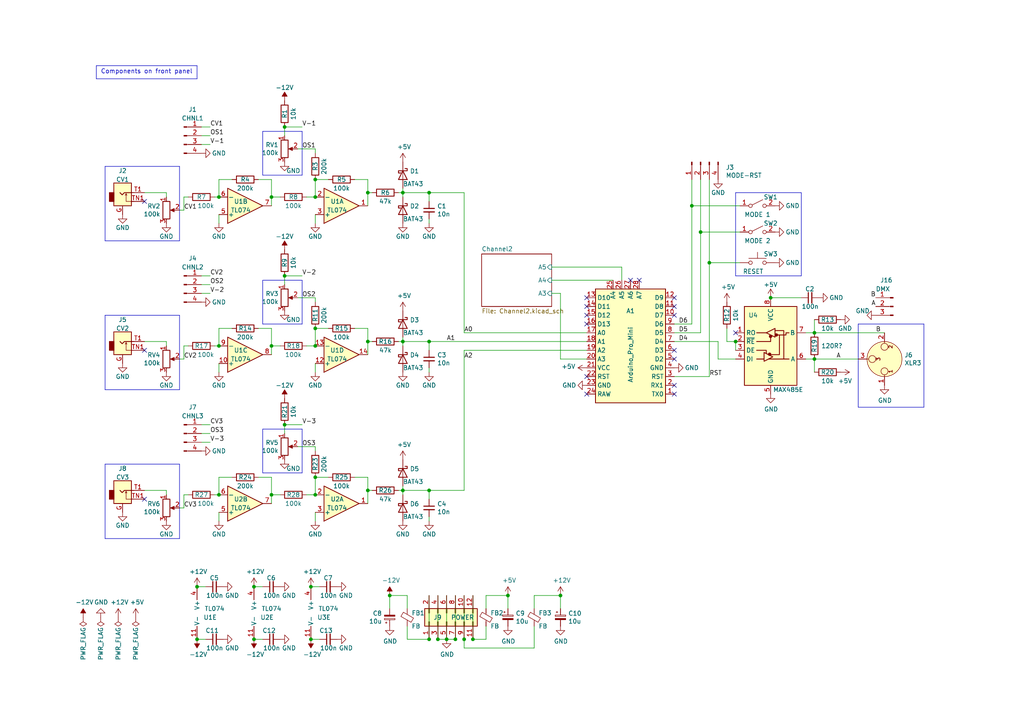
<source format=kicad_sch>
(kicad_sch (version 20230121) (generator eeschema)
  (paper "A4")
  (title_block (title "2 channel CV to DMX interface using either HSV or RGB"))
  (lib_symbols
    (symbol "Amplifier_Operational:TL074" (pin_names (offset 0.127))
      (property "Reference" "U" (at 0 5.08 0))
      (property "Value" "TL074" (at 0 -5.08 0))
      (symbol "TL074_1_1"
        (pin output line (at 7.62 0 180) (length 2.54) (name "~") (number "1"))
        (pin input line (at -7.62 -2.54 0) (length 2.54) (name "-") (number "2"))
        (pin input line (at -7.62 2.54 0) (length 2.54) (name "+") (number "3"))
      )
      (symbol "TL074_2_1"
        (pin input line (at -7.62 2.54 0) (length 2.54) (name "+") (number "5"))
        (pin input line (at -7.62 -2.54 0) (length 2.54) (name "-") (number "6"))
        (pin output line (at 7.62 0 180) (length 2.54) (name "~") (number "7"))
      )
      (symbol "TL074_3_1"
        (pin input line (at -7.62 2.54 0) (length 2.54) (name "+") (number "10"))
        (pin output line (at 7.62 0 180) (length 2.54) (name "~") (number "8"))
        (pin input line (at -7.62 -2.54 0) (length 2.54) (name "-") (number "9"))
      )
      (symbol "TL074_4_1"
        (pin input line (at -7.62 2.54 0) (length 2.54) (name "+") (number "12"))
        (pin input line (at -7.62 -2.54 0) (length 2.54) (name "-") (number "13"))
        (pin output line (at 7.62 0 180) (length 2.54) (name "~") (number "14"))
      )
      (symbol "TL074_5_1"
        (pin power_in line (at -2.54 -7.62 90) (length 3.81) (name "V-") (number "11"))
        (pin power_in line (at -2.54 7.62 270) (length 3.81) (name "V+") (number "4"))
      )
    )
    (symbol "CGE_symbols:Arduino_Pro_Mini"
      (property "Reference" "A" (at -2.54 21.59 0))
      (property "Value" "Arduino_Pro_Mini" (at -8.89 20.32 0))
      (symbol "Arduino_Pro_Mini_1_1"
        (pin bidirectional line (at -12.7 15.24 0) (length 2.54) (name "TX0") (number "1"))
        (pin bidirectional line (at -12.7 -7.62 0) (length 2.54) (name "D7") (number "10"))
        (pin bidirectional line (at -12.7 -10.16 0) (length 2.54) (name "D8") (number "11"))
        (pin bidirectional line (at -12.7 -12.7 0) (length 2.54) (name "D9") (number "12"))
        (pin bidirectional line (at 12.7 -12.7 180) (length 2.54) (name "D10") (number "13"))
        (pin bidirectional line (at 12.7 -10.16 180) (length 2.54) (name "D11") (number "14"))
        (pin bidirectional line (at 12.7 -7.62 180) (length 2.54) (name "D12") (number "15"))
        (pin bidirectional line (at 12.7 -5.08 180) (length 2.54) (name "D13") (number "16"))
        (pin bidirectional line (at 12.7 -2.54 180) (length 2.54) (name "A0") (number "17"))
        (pin bidirectional line (at 12.7 0 180) (length 2.54) (name "A1") (number "18"))
        (pin bidirectional line (at 12.7 2.54 180) (length 2.54) (name "A2") (number "19"))
        (pin bidirectional line (at -12.7 12.7 0) (length 2.54) (name "RX1") (number "2"))
        (pin bidirectional line (at 12.7 5.08 180) (length 2.54) (name "A3") (number "20"))
        (pin power_in line (at 12.7 7.62 180) (length 2.54) (name "VCC") (number "21"))
        (pin input line (at 12.7 10.16 180) (length 2.54) (name "RST") (number "22"))
        (pin power_in line (at 12.7 12.7 180) (length 2.54) (name "GND") (number "23"))
        (pin power_in line (at 12.7 15.24 180) (length 2.54) (name "RAW") (number "24"))
        (pin bidirectional line (at 5.08 -17.78 90) (length 2.54) (name "A4") (number "25"))
        (pin bidirectional line (at 2.54 -17.78 90) (length 2.54) (name "A5") (number "26"))
        (pin bidirectional line (at 0 -17.78 90) (length 2.54) (name "A6") (number "27"))
        (pin bidirectional line (at -2.54 -17.78 90) (length 2.54) (name "A7") (number "28"))
        (pin input line (at -12.7 10.16 0) (length 2.54) (name "RST") (number "3"))
        (pin power_in line (at -12.7 7.62 0) (length 2.54) (name "GND") (number "4"))
        (pin bidirectional line (at -12.7 5.08 0) (length 2.54) (name "D2") (number "5"))
        (pin bidirectional line (at -12.7 2.54 0) (length 2.54) (name "D3") (number "6"))
        (pin bidirectional line (at -12.7 0 0) (length 2.54) (name "D4") (number "7"))
        (pin bidirectional line (at -12.7 -2.54 0) (length 2.54) (name "D5") (number "8"))
        (pin bidirectional line (at -12.7 -5.08 0) (length 2.54) (name "D6") (number "9"))
      )
    )
    (symbol "CGE_symbols:AudioJack_Ground_Switch"
      (property "Reference" "J" (at -0.762 6.35 0))
      (property "Value" "AudioJack_Ground_Switch" (at -0.762 4.318 0))
      (symbol "AudioJack_Ground_Switch_1_1"
        (pin passive line (at -1.27 -6.35 90) (length 2.54) (name "~") (number "G"))
        (pin passive line (at 5.08 0 180) (length 3.81) (name "~") (number "T1"))
        (pin passive line (at 5.08 -2.54 180) (length 3.81) (name "~") (number "TN1"))
      )
    )
    (symbol "CV_to_DMX-rescue:CP_Small-Device" (pin_numbers hide) (pin_names (offset 0.254) hide)
      (property "Reference" "C" (at 0.254 1.778 0))
      (property "Value" "Device_CP_Small" (at 0.254 -2.032 0))
      (symbol "CP_Small-Device_1_1"
        (pin passive line (at 0 2.54 270) (length 1.8542) (name "~") (number "1"))
        (pin passive line (at 0 -2.54 90) (length 1.8542) (name "~") (number "2"))
      )
    )
    (symbol "CV_to_DMX-rescue:Conn_01x03_Male-Connector" (pin_names (offset 1.016) hide)
      (property "Reference" "J" (at 0 5.08 0))
      (property "Value" "Connector_Conn_01x03_Male" (at 0 -5.08 0))
      (symbol "Conn_01x03_Male-Connector_1_1"
        (pin passive line (at 5.08 2.54 180) (length 3.81) (name "Pin_1") (number "1"))
        (pin passive line (at 5.08 0 180) (length 3.81) (name "Pin_2") (number "2"))
        (pin passive line (at 5.08 -2.54 180) (length 3.81) (name "Pin_3") (number "3"))
      )
    )
    (symbol "CV_to_DMX-rescue:Conn_01x04_Male-Connector" (pin_names (offset 1.016) hide)
      (property "Reference" "J" (at 0 5.08 0))
      (property "Value" "Connector_Conn_01x04_Male" (at 0 -7.62 0))
      (symbol "Conn_01x04_Male-Connector_1_1"
        (pin passive line (at 5.08 2.54 180) (length 3.81) (name "Pin_1") (number "1"))
        (pin passive line (at 5.08 0 180) (length 3.81) (name "Pin_2") (number "2"))
        (pin passive line (at 5.08 -2.54 180) (length 3.81) (name "Pin_3") (number "3"))
        (pin passive line (at 5.08 -5.08 180) (length 3.81) (name "Pin_4") (number "4"))
      )
    )
    (symbol "CV_to_DMX-rescue:Ferrite_Bead_Small-Device" (pin_numbers hide) (pin_names (offset 0))
      (property "Reference" "FB" (at 1.905 1.27 0))
      (property "Value" "Device_Ferrite_Bead_Small" (at 1.905 -1.27 0))
      (symbol "Ferrite_Bead_Small-Device_1_1"
        (pin passive line (at 0 2.54 270) (length 1.27) (name "~") (number "1"))
        (pin passive line (at 0 -2.54 90) (length 1.27) (name "~") (number "2"))
      )
    )
    (symbol "CV_to_DMX-rescue:R_POT-Device" (pin_names (offset 1.016) hide)
      (property "Reference" "RV" (at -4.445 0 90))
      (property "Value" "Device_R_POT" (at -2.54 0 90))
      (symbol "R_POT-Device_1_1"
        (pin passive line (at 0 3.81 270) (length 1.27) (name "1") (number "1"))
        (pin passive line (at 3.81 0 180) (length 1.27) (name "2") (number "2"))
        (pin passive line (at 0 -3.81 90) (length 1.27) (name "3") (number "3"))
      )
    )
    (symbol "CV_to_DMX-rescue:XLR3-Connector" (pin_names hide)
      (property "Reference" "J" (at 0 8.89 0))
      (property "Value" "Connector_XLR3" (at 0 6.35 0))
      (symbol "XLR3-Connector_0_1"
        (text "1" (at -3.556 1.778 0) (effects (font (size 1.016 1.016) bold)))
        (text "2" (at 3.556 1.778 0) (effects (font (size 1.016 1.016) bold)))
        (text "3" (at 0 -1.778 0) (effects (font (size 1.016 1.016) bold)))
        (pin passive line (at -7.62 0 0) (length 2.54) (name "~") (number "1"))
        (pin passive line (at 7.62 0 180) (length 2.54) (name "~") (number "2"))
        (pin passive line (at 0 -7.62 90) (length 2.54) (name "~") (number "3"))
      )
    )
    (symbol "Connector_Generic:Conn_02x06_Odd_Even" (pin_names (offset 1.016) hide)
      (property "Reference" "J" (at 1.27 7.62 0))
      (property "Value" "Conn_02x06_Odd_Even" (at 1.27 -10.16 0))
      (symbol "Conn_02x06_Odd_Even_1_1"
        (pin passive line (at -5.08 5.08 0) (length 3.81) (name "Pin_1") (number "1"))
        (pin passive line (at 7.62 -5.08 180) (length 3.81) (name "Pin_10") (number "10"))
        (pin passive line (at -5.08 -7.62 0) (length 3.81) (name "Pin_11") (number "11"))
        (pin passive line (at 7.62 -7.62 180) (length 3.81) (name "Pin_12") (number "12"))
        (pin passive line (at 7.62 5.08 180) (length 3.81) (name "Pin_2") (number "2"))
        (pin passive line (at -5.08 2.54 0) (length 3.81) (name "Pin_3") (number "3"))
        (pin passive line (at 7.62 2.54 180) (length 3.81) (name "Pin_4") (number "4"))
        (pin passive line (at -5.08 0 0) (length 3.81) (name "Pin_5") (number "5"))
        (pin passive line (at 7.62 0 180) (length 3.81) (name "Pin_6") (number "6"))
        (pin passive line (at -5.08 -2.54 0) (length 3.81) (name "Pin_7") (number "7"))
        (pin passive line (at 7.62 -2.54 180) (length 3.81) (name "Pin_8") (number "8"))
        (pin passive line (at -5.08 -5.08 0) (length 3.81) (name "Pin_9") (number "9"))
      )
    )
    (symbol "Device:C_Small" (pin_numbers hide) (pin_names (offset 0.254) hide)
      (property "Reference" "C" (at 0.254 1.778 0))
      (property "Value" "C_Small" (at 0.254 -2.032 0))
      (symbol "C_Small_1_1"
        (pin passive line (at 0 2.54 270) (length 2.032) (name "~") (number "1"))
        (pin passive line (at 0 -2.54 90) (length 2.032) (name "~") (number "2"))
      )
    )
    (symbol "Device:R" (pin_numbers hide) (pin_names (offset 0))
      (property "Reference" "R" (at 2.032 0 90))
      (property "Value" "R" (at 0 0 90))
      (symbol "R_1_1"
        (pin passive line (at 0 3.81 270) (length 1.27) (name "~") (number "1"))
        (pin passive line (at 0 -3.81 90) (length 1.27) (name "~") (number "2"))
      )
    )
    (symbol "Diode:BAT43" (pin_numbers hide) (pin_names (offset 1.016) hide)
      (property "Reference" "D" (at 0 2.54 0))
      (property "Value" "BAT43" (at 0 -2.54 0))
      (symbol "BAT43_1_1"
        (pin passive line (at -3.81 0 0) (length 2.54) (name "K") (number "1"))
        (pin passive line (at 3.81 0 180) (length 2.54) (name "A") (number "2"))
      )
    )
    (symbol "Interface_UART:MAX485E"
      (property "Reference" "U" (at -6.096 11.43 0))
      (property "Value" "MAX485E" (at 0.762 11.43 0))
      (symbol "MAX485E_1_1"
        (pin output line (at -10.16 2.54 0) (length 2.54) (name "RO") (number "1"))
        (pin input line (at -10.16 0 0) (length 2.54) (name "~{RE}") (number "2"))
        (pin input line (at -10.16 -2.54 0) (length 2.54) (name "DE") (number "3"))
        (pin input line (at -10.16 -5.08 0) (length 2.54) (name "DI") (number "4"))
        (pin power_in line (at 0 -15.24 90) (length 2.54) (name "GND") (number "5"))
        (pin bidirectional line (at 10.16 -5.08 180) (length 2.54) (name "A") (number "6"))
        (pin bidirectional line (at 10.16 2.54 180) (length 2.54) (name "B") (number "7"))
        (pin power_in line (at 0 12.7 270) (length 2.54) (name "VCC") (number "8"))
      )
    )
    (symbol "Switch:SW_Push" (pin_numbers hide) (pin_names (offset 1.016) hide)
      (property "Reference" "SW" (at 1.27 2.54 0))
      (property "Value" "SW_Push" (at 0 -1.524 0))
      (symbol "SW_Push_0_1"
        (pin passive line (at -5.08 0 0) (length 2.54) (name "1") (number "1"))
        (pin passive line (at 5.08 0 180) (length 2.54) (name "2") (number "2"))
      )
    )
    (symbol "Switch:SW_SPST" (pin_names (offset 0) hide)
      (property "Reference" "SW" (at 0 3.175 0))
      (property "Value" "SW_SPST" (at 0 -2.54 0))
      (symbol "SW_SPST_1_1"
        (pin passive line (at -5.08 0 0) (length 2.54) (name "A") (number "1"))
        (pin passive line (at 5.08 0 180) (length 2.54) (name "B") (number "2"))
      )
    )
    (symbol "power:+12V" (power) (pin_names (offset 0))
      (property "Value" "+12V" (at 0 3.556 0))
      (symbol "+12V_1_1"
        (pin power_in line (at 0 0 90) (length 0) hide (name "+12V") (number "1"))
      )
    )
    (symbol "power:+5V" (power) (pin_names (offset 0))
      (property "Value" "+5V" (at 0 3.556 0))
      (symbol "+5V_1_1"
        (pin power_in line (at 0 0 90) (length 0) hide (name "+5V") (number "1"))
      )
    )
    (symbol "power:-12V" (power) (pin_names (offset 0))
      (property "Value" "-12V" (at 0 3.81 0))
      (symbol "-12V_0_0"
        (pin power_in line (at 0 0 90) (length 0) hide (name "-12V") (number "1"))
      )
    )
    (symbol "power:GND" (power) (pin_names (offset 0))
      (property "Value" "GND" (at 0 -3.81 0))
      (symbol "GND_1_1"
        (pin power_in line (at 0 0 270) (length 0) hide (name "GND") (number "1"))
      )
    )
    (symbol "power:PWR_FLAG" (power) (pin_numbers hide) (pin_names (offset 0) hide)
      (property "Value" "PWR_FLAG" (at 0 3.81 0))
      (symbol "PWR_FLAG_0_0"
        (pin power_out line (at 0 0 90) (length 0) (name "pwr") (number "1"))
      )
    )
  )
  (junction (at 91.44 138.43))
  (junction (at 127 185.42))
  (junction (at 73.66 185.42))
  (junction (at 223.52 86.36))
  (junction (at 57.15 170.18))
  (junction (at 113.03 172.72))
  (junction (at 236.22 104.14))
  (junction (at 124.46 55.88))
  (junction (at 91.44 52.07))
  (junction (at 82.55 36.83))
  (junction (at 116.84 55.88))
  (junction (at 106.68 142.24))
  (junction (at 134.62 185.42))
  (junction (at 73.66 170.18))
  (junction (at 78.74 100.33))
  (junction (at 203.2 67.31))
  (junction (at 129.54 185.42))
  (junction (at 82.55 123.19))
  (junction (at 91.44 100.33))
  (junction (at 78.74 57.15))
  (junction (at 63.5 143.51))
  (junction (at 124.46 185.42))
  (junction (at 91.44 57.15))
  (junction (at 91.44 95.25))
  (junction (at 91.44 143.51))
  (junction (at 106.68 99.06))
  (junction (at 124.46 142.24))
  (junction (at 116.84 99.06))
  (junction (at 205.74 76.2))
  (junction (at 82.55 80.01))
  (junction (at 106.68 55.88))
  (junction (at 236.22 96.52))
  (junction (at 200.66 59.69))
  (junction (at 63.5 57.15))
  (junction (at 147.32 172.72))
  (junction (at 116.84 142.24))
  (junction (at 63.5 100.33))
  (junction (at 57.15 185.42))
  (junction (at 162.56 172.72))
  (junction (at 132.08 185.42))
  (junction (at 137.16 185.42))
  (junction (at 213.36 99.06))
  (junction (at 124.46 99.06))
  (junction (at 90.17 185.42))
  (junction (at 90.17 170.18))
  (junction (at 78.74 143.51))
  (no_connect (at 170.18 93.98))
  (no_connect (at 170.18 86.36))
  (no_connect (at 170.18 109.22))
  (no_connect (at 195.58 88.9))
  (no_connect (at 213.36 96.52))
  (no_connect (at 195.58 111.76))
  (no_connect (at 195.58 86.36))
  (no_connect (at 185.42 81.28))
  (no_connect (at 182.88 81.28))
  (no_connect (at 41.91 144.78))
  (no_connect (at 170.18 88.9))
  (no_connect (at 195.58 101.6))
  (no_connect (at 170.18 114.3))
  (no_connect (at 195.58 104.14))
  (no_connect (at 41.91 58.42))
  (no_connect (at 170.18 91.44))
  (no_connect (at 195.58 114.3))
  (no_connect (at 41.91 101.6))
  (no_connect (at 195.58 91.44))
  (wire (pts (xy 87.63 80.01) (xy 82.55 80.01)))
  (wire (pts (xy 62.23 143.51) (xy 63.5 143.51)))
  (wire (pts (xy 200.66 93.98) (xy 200.66 59.69)))
  (polyline (pts (xy 87.63 81.28) (xy 87.63 93.98)))
  (wire (pts (xy 124.46 106.68) (xy 124.46 107.95)))
  (wire (pts (xy 124.46 63.5) (xy 124.46 64.77)))
  (polyline (pts (xy 87.63 50.8) (xy 87.63 38.1)))
  (wire (pts (xy 236.22 96.52) (xy 256.54 96.52)))
  (wire (pts (xy 78.74 95.25) (xy 78.74 100.33)))
  (wire (pts (xy 58.42 128.27) (xy 60.96 128.27)))
  (polyline (pts (xy 57.15 19.05) (xy 57.15 22.86)))
  (wire (pts (xy 62.23 57.15) (xy 63.5 57.15)))
  (wire (pts (xy 116.84 99.06) (xy 124.46 99.06)))
  (wire (pts (xy 78.74 100.33) (xy 78.74 102.87)))
  (polyline (pts (xy 213.36 55.88) (xy 232.41 55.88)))
  (wire (pts (xy 118.11 185.42) (xy 118.11 181.61)))
  (wire (pts (xy 91.44 43.18) (xy 91.44 44.45)))
  (polyline (pts (xy 57.15 22.86) (xy 27.94 22.86)))
  (wire (pts (xy 87.63 123.19) (xy 82.55 123.19)))
  (wire (pts (xy 102.87 95.25) (xy 106.68 95.25)))
  (wire (pts (xy 81.28 100.33) (xy 78.74 100.33)))
  (wire (pts (xy 91.44 105.41) (xy 91.44 107.95)))
  (wire (pts (xy 58.42 41.91) (xy 60.96 41.91)))
  (wire (pts (xy 154.94 176.53) (xy 154.94 172.72)))
  (wire (pts (xy 160.02 77.47) (xy 180.34 77.47)))
  (wire (pts (xy 58.42 123.19) (xy 60.96 123.19)))
  (wire (pts (xy 91.44 148.59) (xy 91.44 151.13)))
  (wire (pts (xy 162.56 85.09) (xy 162.56 104.14)))
  (wire (pts (xy 53.34 143.51) (xy 54.61 143.51)))
  (wire (pts (xy 180.34 77.47) (xy 180.34 81.28)))
  (wire (pts (xy 200.66 93.98) (xy 195.58 93.98)))
  (wire (pts (xy 147.32 172.72) (xy 147.32 176.53)))
  (wire (pts (xy 92.71 170.18) (xy 90.17 170.18)))
  (wire (pts (xy 41.91 99.06) (xy 48.26 99.06)))
  (wire (pts (xy 92.71 185.42) (xy 90.17 185.42)))
  (wire (pts (xy 91.44 52.07) (xy 91.44 57.15)))
  (wire (pts (xy 140.97 172.72) (xy 147.32 172.72)))
  (polyline (pts (xy 87.63 93.98) (xy 76.2 93.98)))
  (wire (pts (xy 116.84 99.06) (xy 116.84 97.79)))
  (wire (pts (xy 134.62 142.24) (xy 134.62 101.6)))
  (wire (pts (xy 63.5 148.59) (xy 63.5 151.13)))
  (wire (pts (xy 115.57 142.24) (xy 116.84 142.24)))
  (wire (pts (xy 205.74 76.2) (xy 214.63 76.2)))
  (wire (pts (xy 106.68 138.43) (xy 106.68 142.24)))
  (wire (pts (xy 213.36 99.06) (xy 213.36 101.6)))
  (wire (pts (xy 134.62 55.88) (xy 134.62 96.52)))
  (wire (pts (xy 116.84 142.24) (xy 116.84 143.51)))
  (polyline (pts (xy 52.07 48.26) (xy 52.07 69.85)))
  (wire (pts (xy 134.62 185.42) (xy 134.62 187.96)))
  (polyline (pts (xy 232.41 80.01) (xy 213.36 80.01)))
  (wire (pts (xy 124.46 142.24) (xy 124.46 144.78)))
  (wire (pts (xy 106.68 55.88) (xy 106.68 59.69)))
  (wire (pts (xy 53.34 143.51) (xy 53.34 147.32)))
  (wire (pts (xy 74.93 95.25) (xy 78.74 95.25)))
  (wire (pts (xy 205.74 109.22) (xy 205.74 76.2)))
  (wire (pts (xy 41.91 55.88) (xy 48.26 55.88)))
  (wire (pts (xy 59.69 185.42) (xy 57.15 185.42)))
  (polyline (pts (xy 87.63 124.46) (xy 87.63 137.16)))
  (wire (pts (xy 137.16 172.72) (xy 137.16 185.42)))
  (wire (pts (xy 154.94 187.96) (xy 154.94 181.61)))
  (wire (pts (xy 162.56 172.72) (xy 162.56 176.53)))
  (polyline (pts (xy 213.36 80.01) (xy 213.36 55.88)))
  (wire (pts (xy 76.2 170.18) (xy 73.66 170.18)))
  (polyline (pts (xy 267.97 118.11) (xy 248.92 118.11)))
  (wire (pts (xy 53.34 100.33) (xy 54.61 100.33)))
  (wire (pts (xy 137.16 185.42) (xy 140.97 185.42)))
  (wire (pts (xy 106.68 99.06) (xy 106.68 102.87)))
  (wire (pts (xy 58.42 39.37) (xy 60.96 39.37)))
  (wire (pts (xy 214.63 67.31) (xy 203.2 67.31)))
  (wire (pts (xy 91.44 62.23) (xy 91.44 64.77)))
  (wire (pts (xy 129.54 185.42) (xy 132.08 185.42)))
  (polyline (pts (xy 52.07 69.85) (xy 30.48 69.85)))
  (wire (pts (xy 203.2 96.52) (xy 195.58 96.52)))
  (polyline (pts (xy 76.2 137.16) (xy 76.2 124.46)))
  (wire (pts (xy 91.44 129.54) (xy 91.44 130.81)))
  (wire (pts (xy 124.46 185.42) (xy 118.11 185.42)))
  (wire (pts (xy 48.26 142.24) (xy 48.26 143.51)))
  (wire (pts (xy 53.34 57.15) (xy 53.34 60.96)))
  (polyline (pts (xy 52.07 156.21) (xy 30.48 156.21)))
  (wire (pts (xy 116.84 142.24) (xy 116.84 140.97)))
  (wire (pts (xy 63.5 138.43) (xy 63.5 143.51)))
  (wire (pts (xy 134.62 96.52) (xy 170.18 96.52)))
  (wire (pts (xy 91.44 95.25) (xy 91.44 100.33)))
  (wire (pts (xy 102.87 138.43) (xy 106.68 138.43)))
  (polyline (pts (xy 76.2 93.98) (xy 76.2 81.28)))
  (wire (pts (xy 124.46 55.88) (xy 124.46 58.42)))
  (polyline (pts (xy 76.2 50.8) (xy 87.63 50.8)))
  (wire (pts (xy 236.22 107.95) (xy 236.22 104.14)))
  (wire (pts (xy 195.58 109.22) (xy 205.74 109.22)))
  (wire (pts (xy 200.66 59.69) (xy 214.63 59.69)))
  (wire (pts (xy 233.68 96.52) (xy 236.22 96.52)))
  (wire (pts (xy 127 172.72) (xy 127 185.42)))
  (polyline (pts (xy 248.92 93.98) (xy 267.97 93.98)))
  (wire (pts (xy 205.74 52.07) (xy 205.74 76.2)))
  (wire (pts (xy 232.41 86.36) (xy 223.52 86.36)))
  (wire (pts (xy 58.42 80.01) (xy 60.96 80.01)))
  (wire (pts (xy 82.55 123.19) (xy 82.55 125.73)))
  (wire (pts (xy 74.93 52.07) (xy 78.74 52.07)))
  (wire (pts (xy 124.46 99.06) (xy 170.18 99.06)))
  (wire (pts (xy 78.74 143.51) (xy 78.74 146.05)))
  (polyline (pts (xy 232.41 55.88) (xy 232.41 80.01)))
  (wire (pts (xy 62.23 100.33) (xy 63.5 100.33)))
  (polyline (pts (xy 30.48 156.21) (xy 30.48 134.62)))
  (polyline (pts (xy 87.63 137.16) (xy 76.2 137.16)))
  (wire (pts (xy 53.34 104.14) (xy 52.07 104.14)))
  (wire (pts (xy 53.34 100.33) (xy 53.34 104.14)))
  (wire (pts (xy 127 185.42) (xy 129.54 185.42)))
  (wire (pts (xy 88.9 143.51) (xy 91.44 143.51)))
  (wire (pts (xy 107.95 99.06) (xy 106.68 99.06)))
  (wire (pts (xy 236.22 92.71) (xy 236.22 96.52)))
  (wire (pts (xy 124.46 142.24) (xy 134.62 142.24)))
  (polyline (pts (xy 30.48 48.26) (xy 52.07 48.26)))
  (wire (pts (xy 118.11 176.53) (xy 118.11 172.72)))
  (wire (pts (xy 116.84 55.88) (xy 116.84 57.15)))
  (wire (pts (xy 116.84 99.06) (xy 116.84 100.33)))
  (wire (pts (xy 76.2 185.42) (xy 73.66 185.42)))
  (wire (pts (xy 134.62 172.72) (xy 134.62 185.42)))
  (wire (pts (xy 113.03 172.72) (xy 113.03 176.53)))
  (wire (pts (xy 116.84 142.24) (xy 124.46 142.24)))
  (polyline (pts (xy 52.07 91.44) (xy 52.07 113.03)))
  (wire (pts (xy 59.69 170.18) (xy 57.15 170.18)))
  (wire (pts (xy 116.84 55.88) (xy 116.84 54.61)))
  (wire (pts (xy 86.36 86.36) (xy 91.44 86.36)))
  (wire (pts (xy 88.9 100.33) (xy 91.44 100.33)))
  (wire (pts (xy 63.5 105.41) (xy 63.5 107.95)))
  (wire (pts (xy 106.68 52.07) (xy 106.68 55.88)))
  (wire (pts (xy 102.87 52.07) (xy 106.68 52.07)))
  (wire (pts (xy 78.74 138.43) (xy 78.74 143.51)))
  (wire (pts (xy 86.36 43.18) (xy 91.44 43.18)))
  (polyline (pts (xy 52.07 134.62) (xy 52.07 156.21)))
  (wire (pts (xy 81.28 143.51) (xy 78.74 143.51)))
  (wire (pts (xy 203.2 96.52) (xy 203.2 67.31)))
  (wire (pts (xy 134.62 187.96) (xy 154.94 187.96)))
  (wire (pts (xy 106.68 142.24) (xy 106.68 146.05)))
  (wire (pts (xy 115.57 99.06) (xy 116.84 99.06)))
  (wire (pts (xy 210.82 99.06) (xy 213.36 99.06)))
  (polyline (pts (xy 52.07 113.03) (xy 30.48 113.03)))
  (wire (pts (xy 233.68 104.14) (xy 236.22 104.14)))
  (polyline (pts (xy 30.48 113.03) (xy 30.48 91.44)))
  (wire (pts (xy 48.26 99.06) (xy 48.26 100.33)))
  (wire (pts (xy 53.34 57.15) (xy 54.61 57.15)))
  (wire (pts (xy 129.54 172.72) (xy 129.54 185.42)))
  (wire (pts (xy 124.46 55.88) (xy 134.62 55.88)))
  (wire (pts (xy 106.68 95.25) (xy 106.68 99.06)))
  (wire (pts (xy 124.46 99.06) (xy 124.46 101.6)))
  (polyline (pts (xy 30.48 134.62) (xy 52.07 134.62)))
  (wire (pts (xy 160.02 81.28) (xy 177.8 81.28)))
  (wire (pts (xy 81.28 57.15) (xy 78.74 57.15)))
  (wire (pts (xy 53.34 60.96) (xy 52.07 60.96)))
  (wire (pts (xy 95.25 138.43) (xy 91.44 138.43)))
  (wire (pts (xy 63.5 52.07) (xy 63.5 57.15)))
  (wire (pts (xy 162.56 104.14) (xy 170.18 104.14)))
  (wire (pts (xy 58.42 85.09) (xy 60.96 85.09)))
  (wire (pts (xy 95.25 52.07) (xy 91.44 52.07)))
  (polyline (pts (xy 76.2 38.1) (xy 76.2 50.8)))
  (wire (pts (xy 124.46 149.86) (xy 124.46 151.13)))
  (wire (pts (xy 116.84 55.88) (xy 124.46 55.88)))
  (wire (pts (xy 160.02 85.09) (xy 162.56 85.09)))
  (polyline (pts (xy 30.48 48.26) (xy 30.48 69.85)))
  (wire (pts (xy 82.55 36.83) (xy 82.55 39.37)))
  (wire (pts (xy 208.28 99.06) (xy 208.28 104.14)))
  (wire (pts (xy 95.25 95.25) (xy 91.44 95.25)))
  (wire (pts (xy 91.44 138.43) (xy 91.44 143.51)))
  (wire (pts (xy 91.44 86.36) (xy 91.44 87.63)))
  (wire (pts (xy 78.74 57.15) (xy 78.74 59.69)))
  (wire (pts (xy 58.42 125.73) (xy 60.96 125.73)))
  (wire (pts (xy 86.36 129.54) (xy 91.44 129.54)))
  (wire (pts (xy 88.9 57.15) (xy 91.44 57.15)))
  (polyline (pts (xy 76.2 81.28) (xy 87.63 81.28)))
  (wire (pts (xy 118.11 172.72) (xy 113.03 172.72)))
  (wire (pts (xy 87.63 36.83) (xy 82.55 36.83)))
  (wire (pts (xy 208.28 104.14) (xy 213.36 104.14)))
  (wire (pts (xy 82.55 80.01) (xy 82.55 82.55)))
  (wire (pts (xy 107.95 55.88) (xy 106.68 55.88)))
  (wire (pts (xy 58.42 36.83) (xy 60.96 36.83)))
  (polyline (pts (xy 248.92 118.11) (xy 248.92 93.98)))
  (wire (pts (xy 67.31 52.07) (xy 63.5 52.07)))
  (polyline (pts (xy 30.48 91.44) (xy 52.07 91.44)))
  (wire (pts (xy 200.66 52.07) (xy 200.66 59.69)))
  (polyline (pts (xy 267.97 93.98) (xy 267.97 118.11)))
  (wire (pts (xy 48.26 55.88) (xy 48.26 57.15)))
  (wire (pts (xy 53.34 147.32) (xy 52.07 147.32)))
  (wire (pts (xy 195.58 99.06) (xy 208.28 99.06)))
  (polyline (pts (xy 27.94 19.05) (xy 57.15 19.05)))
  (wire (pts (xy 67.31 138.43) (xy 63.5 138.43)))
  (polyline (pts (xy 76.2 124.46) (xy 87.63 124.46)))
  (wire (pts (xy 41.91 142.24) (xy 48.26 142.24)))
  (wire (pts (xy 74.93 138.43) (xy 78.74 138.43)))
  (wire (pts (xy 134.62 101.6) (xy 170.18 101.6)))
  (wire (pts (xy 132.08 172.72) (xy 132.08 185.42)))
  (wire (pts (xy 210.82 95.25) (xy 210.82 99.06)))
  (wire (pts (xy 58.42 82.55) (xy 60.96 82.55)))
  (wire (pts (xy 63.5 95.25) (xy 63.5 100.33)))
  (wire (pts (xy 107.95 142.24) (xy 106.68 142.24)))
  (wire (pts (xy 78.74 52.07) (xy 78.74 57.15)))
  (wire (pts (xy 124.46 172.72) (xy 124.46 185.42)))
  (polyline (pts (xy 87.63 38.1) (xy 76.2 38.1)))
  (wire (pts (xy 236.22 104.14) (xy 248.92 104.14)))
  (wire (pts (xy 140.97 176.53) (xy 140.97 172.72)))
  (wire (pts (xy 203.2 67.31) (xy 203.2 52.07)))
  (wire (pts (xy 63.5 62.23) (xy 63.5 64.77)))
  (wire (pts (xy 140.97 185.42) (xy 140.97 181.61)))
  (polyline (pts (xy 27.94 22.86) (xy 27.94 19.05)))
  (wire (pts (xy 154.94 172.72) (xy 162.56 172.72)))
  (wire (pts (xy 67.31 95.25) (xy 63.5 95.25)))
  (wire (pts (xy 115.57 55.88) (xy 116.84 55.88)))
  (text "Components on front panel" (at 29.21 21.59 0) (effects (font (size 1.27 1.27)) (justify left bottom)))
  (label "A0" (at 134.62 96.52 0))
  (label "V-1" (at 87.63 36.83 0))
  (label "D6" (at 196.85 93.98 0))
  (label "V-1" (at 60.96 41.91 0))
  (label "V-2" (at 87.63 80.01 0))
  (label "B" (at 254 96.52 0))
  (label "CV1" (at 53.34 60.96 0))
  (label "A1" (at 129.54 99.06 0))
  (label "V-3" (at 87.63 123.19 0))
  (label "OS1" (at 60.96 39.37 0))
  (label "D4" (at 196.85 99.06 0))
  (label "B" (at 254 86.36 180))
  (label "CV3" (at 60.96 123.19 0))
  (label "CV2" (at 60.96 80.01 0))
  (label "OS2" (at 87.63 86.36 0))
  (label "V-3" (at 60.96 128.27 0))
  (label "OS3" (at 87.63 129.54 0))
  (label "OS2" (at 60.96 82.55 0))
  (label "V-2" (at 60.96 85.09 0))
  (label "CV2" (at 53.34 104.14 0))
  (label "A" (at 242.57 104.14 0))
  (label "OS3" (at 60.96 125.73 0))
  (label "OS1" (at 87.63 43.18 0))
  (label "RST" (at 205.74 109.22 0))
  (label "A2" (at 134.62 104.14 0))
  (label "D5" (at 196.85 96.52 0))
  (label "A" (at 254 88.9 180))
  (label "CV1" (at 60.96 36.83 0))
  (label "CV3" (at 53.34 147.32 0))
  (symbol (lib_id "CGE_symbols:AudioJack_Ground_Switch") (at 36.83 55.88 0) (unit 1)
    (property "Reference" "J2" (at 35.56 49.53 0))
    (property "Value" "CV1" (at 35.56 52.07 0))
  )
  (symbol (lib_id "CV_to_DMX-rescue:R_POT-Device") (at 48.26 60.96 0) (unit 1)
    (property "Reference" "RV2" (at 46.5074 59.7916 0) (effects (justify right)))
    (property "Value" "100k" (at 46.5074 62.103 0) (effects (justify right)))
  )
  (symbol (lib_id "power:GND") (at 35.56 62.23 0) (unit 1)
    (property "Reference" "#PWR06" (effects hide))
    (property "Value" "GND" (at 35.56 66.04 0))
  )
  (symbol (lib_id "power:GND") (at 48.26 64.77 0) (unit 1)
    (property "Reference" "#PWR08" (effects hide))
    (property "Value" "GND" (at 48.26 68.58 0))
  )
  (symbol (lib_id "Device:R") (at 58.42 57.15 270) (unit 1)
    (property "Reference" "R7" (at 58.42 57.15 90))
    (property "Value" "100k" (at 59.69 59.69 90))
    (property "Footprint" "Resistor_THT:R_Axial_DIN0204_L3.6mm_D1.6mm_P7.62mm_Horizontal" (effects hide))
  )
  (symbol (lib_id "Amplifier_Operational:TL074") (at 71.12 59.69 0) (mirror x) (unit 2)
    (property "Reference" "U1" (at 69.85 58.42 0))
    (property "Value" "TL074" (at 69.85 60.96 0))
    (property "Footprint" "Package_DIP:DIP-14_W7.62mm_Socket" (effects hide))
    (property "Datasheet" "http://www.ti.com/lit/ds/symlink/tl071.pdf" (effects hide))
  )
  (symbol (lib_id "power:GND") (at 63.5 64.77 0) (unit 1)
    (property "Reference" "#PWR09" (effects hide))
    (property "Value" "GND" (at 63.5 68.58 0))
  )
  (symbol (lib_id "Amplifier_Operational:TL074") (at 99.06 59.69 0) (mirror x) (unit 1)
    (property "Reference" "U1" (at 97.79 58.42 0))
    (property "Value" "TL074" (at 97.79 60.96 0))
    (property "Footprint" "Package_DIP:DIP-14_W7.62mm_Socket" (effects hide))
    (property "Datasheet" "http://www.ti.com/lit/ds/symlink/tl071.pdf" (effects hide))
  )
  (symbol (lib_id "Device:R") (at 85.09 57.15 270) (unit 1)
    (property "Reference" "R8" (at 85.09 57.15 90))
    (property "Value" "100k" (at 85.09 59.69 90))
    (property "Footprint" "Resistor_THT:R_Axial_DIN0204_L3.6mm_D1.6mm_P7.62mm_Horizontal" (effects hide))
  )
  (symbol (lib_id "Device:R") (at 91.44 48.26 0) (unit 1)
    (property "Reference" "R3" (at 91.44 48.26 90))
    (property "Value" "200k" (at 93.98 48.26 90))
    (property "Footprint" "Resistor_THT:R_Axial_DIN0204_L3.6mm_D1.6mm_P7.62mm_Horizontal" (effects hide))
  )
  (symbol (lib_id "CV_to_DMX-rescue:R_POT-Device") (at 82.55 43.18 0) (unit 1)
    (property "Reference" "RV1" (at 80.7974 42.0116 0) (effects (justify right)))
    (property "Value" "100k" (at 80.7974 44.323 0) (effects (justify right)))
  )
  (symbol (lib_id "power:GND") (at 82.55 46.99 0) (unit 1)
    (property "Reference" "#PWR04" (effects hide))
    (property "Value" "GND" (at 85.09 49.53 0))
  )
  (symbol (lib_id "power:-12V") (at 82.55 29.21 0) (unit 1)
    (property "Reference" "#PWR01" (effects hide))
    (property "Value" "-12V" (at 82.55 25.4 0))
  )
  (symbol (lib_id "Device:R") (at 71.12 52.07 270) (unit 1)
    (property "Reference" "R4" (at 71.12 52.07 90))
    (property "Value" "200k" (at 71.12 54.61 90))
    (property "Footprint" "Resistor_THT:R_Axial_DIN0204_L3.6mm_D1.6mm_P7.62mm_Horizontal" (effects hide))
  )
  (symbol (lib_id "Device:R") (at 99.06 52.07 270) (unit 1)
    (property "Reference" "R5" (at 99.06 52.07 90))
    (property "Value" "100k" (at 99.06 54.61 90))
    (property "Footprint" "Resistor_THT:R_Axial_DIN0204_L3.6mm_D1.6mm_P7.62mm_Horizontal" (effects hide))
  )
  (symbol (lib_id "Device:R") (at 82.55 33.02 0) (unit 1)
    (property "Reference" "R1" (at 82.55 33.02 90))
    (property "Value" "10k" (at 85.09 33.02 90))
    (property "Footprint" "Resistor_THT:R_Axial_DIN0204_L3.6mm_D1.6mm_P7.62mm_Horizontal" (effects hide))
  )
  (symbol (lib_id "CV_to_DMX-rescue:Conn_01x04_Male-Connector") (at 53.34 39.37 0) (unit 1)
    (property "Reference" "J1" (at 55.88 31.75 0))
    (property "Value" "CHNL1" (at 55.88 34.29 0))
    (property "Footprint" "Connector_PinHeader_2.54mm:PinHeader_1x04_P2.54mm_Vertical" (effects hide))
  )
  (symbol (lib_id "Device:R") (at 111.76 55.88 270) (unit 1)
    (property "Reference" "R6" (at 111.76 55.88 90))
    (property "Value" "47k" (at 111.76 58.42 90))
    (property "Footprint" "Resistor_THT:R_Axial_DIN0204_L3.6mm_D1.6mm_P7.62mm_Horizontal" (effects hide))
  )
  (symbol (lib_id "Diode:BAT43") (at 116.84 50.8 270) (unit 1)
    (property "Reference" "D1" (at 118.872 49.6316 90) (effects (justify left)))
    (property "Value" "BAT43" (at 116.84 53.34 90) (effects (justify left)))
    (property "Footprint" "Diode_THT:D_DO-34_SOD68_P7.62mm_Horizontal" (effects hide))
    (property "Datasheet" "http://www.vishay.com/docs/85660/bat42.pdf" (effects hide))
  )
  (symbol (lib_id "power:GND") (at 58.42 44.45 90) (unit 1)
    (property "Reference" "#PWR03" (effects hide))
    (property "Value" "GND" (at 63.5 44.45 90))
  )
  (symbol (lib_id "Diode:BAT43") (at 116.84 60.96 270) (unit 1)
    (property "Reference" "D2" (at 118.872 59.7916 90) (effects (justify left)))
    (property "Value" "BAT43" (at 116.84 63.5 90) (effects (justify left)))
    (property "Footprint" "Diode_THT:D_DO-34_SOD68_P7.62mm_Horizontal" (effects hide))
    (property "Datasheet" "http://www.vishay.com/docs/85660/bat42.pdf" (effects hide))
  )
  (symbol (lib_id "power:GND") (at 116.84 64.77 0) (unit 1)
    (property "Reference" "#PWR011" (effects hide))
    (property "Value" "GND" (at 116.84 68.58 0))
  )
  (symbol (lib_id "power:+5V") (at 116.84 46.99 0) (unit 1)
    (property "Reference" "#PWR05" (effects hide))
    (property "Value" "+5V" (at 117.221 42.5958 0))
  )
  (symbol (lib_id "power:GND") (at 91.44 64.77 0) (unit 1)
    (property "Reference" "#PWR010" (effects hide))
    (property "Value" "GND" (at 91.44 68.58 0))
  )
  (symbol (lib_id "Device:C_Small") (at 124.46 60.96 0) (unit 1)
    (property "Reference" "C1" (at 126.7968 59.7916 0) (effects (justify left)))
    (property "Value" "10n" (at 126.7968 62.103 0) (effects (justify left)))
    (property "Footprint" "Capacitor_THT:C_Disc_D4.3mm_W1.9mm_P5.00mm" (effects hide))
  )
  (symbol (lib_id "power:GND") (at 124.46 64.77 0) (unit 1)
    (property "Reference" "#PWR012" (effects hide))
    (property "Value" "GND" (at 124.46 68.58 0))
  )
  (symbol (lib_id "CGE_symbols:Arduino_Pro_Mini") (at 182.88 99.06 180) (unit 1)
    (property "Reference" "A1" (at 182.88 90.17 0))
    (property "Value" "Arduino_Pro_Mini" (at 182.88 102.87 90))
    (property "Footprint" "CGE_footprints:Arduino_Pro_Mini" (effects hide))
    (property "Datasheet" "https://www.sparkfun.com/products/12640" (effects hide))
  )
  (symbol (lib_id "Interface_UART:MAX485E") (at 223.52 99.06 0) (unit 1)
    (property "Reference" "U4" (at 218.44 91.44 0))
    (property "Value" "MAX485E" (at 228.6 113.03 0))
    (property "Footprint" "Package_DIP:DIP-8_W7.62mm_Socket" (effects hide))
    (property "Datasheet" "https://datasheets.maximintegrated.com/en/ds/MAX1487E-MAX491E.pdf" (effects hide))
  )
  (symbol (lib_id "CGE_symbols:AudioJack_Ground_Switch") (at 36.83 99.06 0) (unit 1)
    (property "Reference" "J5" (at 35.56 92.71 0))
    (property "Value" "CV2" (at 35.56 95.25 0))
  )
  (symbol (lib_id "CV_to_DMX-rescue:R_POT-Device") (at 48.26 104.14 0) (unit 1)
    (property "Reference" "RV4" (at 46.5074 102.9716 0) (effects (justify right)))
    (property "Value" "100k" (at 46.5074 105.283 0) (effects (justify right)))
  )
  (symbol (lib_id "power:GND") (at 35.56 105.41 0) (unit 1)
    (property "Reference" "#PWR024" (effects hide))
    (property "Value" "GND" (at 35.56 109.22 0))
  )
  (symbol (lib_id "power:GND") (at 48.26 107.95 0) (unit 1)
    (property "Reference" "#PWR027" (effects hide))
    (property "Value" "GND" (at 48.26 111.76 0))
  )
  (symbol (lib_id "Device:R") (at 58.42 100.33 270) (unit 1)
    (property "Reference" "R17" (at 58.42 100.33 90))
    (property "Value" "100k" (at 59.69 102.87 90))
    (property "Footprint" "Resistor_THT:R_Axial_DIN0204_L3.6mm_D1.6mm_P7.62mm_Horizontal" (effects hide))
  )
  (symbol (lib_id "Amplifier_Operational:TL074") (at 71.12 102.87 0) (mirror x) (unit 3)
    (property "Reference" "U1" (at 69.85 101.6 0))
    (property "Value" "TL074" (at 69.85 104.14 0))
    (property "Footprint" "Package_DIP:DIP-14_W7.62mm_Socket" (effects hide))
    (property "Datasheet" "http://www.ti.com/lit/ds/symlink/tl071.pdf" (effects hide))
  )
  (symbol (lib_id "power:GND") (at 63.5 107.95 0) (unit 1)
    (property "Reference" "#PWR028" (effects hide))
    (property "Value" "GND" (at 63.5 111.76 0))
  )
  (symbol (lib_id "Amplifier_Operational:TL074") (at 99.06 102.87 0) (mirror x) (unit 4)
    (property "Reference" "U1" (at 97.79 101.6 0))
    (property "Value" "TL074" (at 97.79 104.14 0))
    (property "Footprint" "Package_DIP:DIP-14_W7.62mm_Socket" (effects hide))
    (property "Datasheet" "http://www.ti.com/lit/ds/symlink/tl071.pdf" (effects hide))
  )
  (symbol (lib_id "Device:R") (at 85.09 100.33 270) (unit 1)
    (property "Reference" "R18" (at 85.09 100.33 90))
    (property "Value" "100k" (at 85.09 102.87 90))
    (property "Footprint" "Resistor_THT:R_Axial_DIN0204_L3.6mm_D1.6mm_P7.62mm_Horizontal" (effects hide))
  )
  (symbol (lib_id "Device:R") (at 91.44 91.44 0) (unit 1)
    (property "Reference" "R11" (at 91.44 91.44 90))
    (property "Value" "200k" (at 93.98 91.44 90))
    (property "Footprint" "Resistor_THT:R_Axial_DIN0204_L3.6mm_D1.6mm_P7.62mm_Horizontal" (effects hide))
  )
  (symbol (lib_id "CV_to_DMX-rescue:R_POT-Device") (at 82.55 86.36 0) (unit 1)
    (property "Reference" "RV3" (at 80.7974 85.1916 0) (effects (justify right)))
    (property "Value" "100k" (at 80.7974 87.503 0) (effects (justify right)))
  )
  (symbol (lib_id "power:GND") (at 82.55 90.17 0) (unit 1)
    (property "Reference" "#PWR021" (effects hide))
    (property "Value" "GND" (at 85.09 92.71 0))
  )
  (symbol (lib_id "power:-12V") (at 82.55 72.39 0) (unit 1)
    (property "Reference" "#PWR014" (effects hide))
    (property "Value" "-12V" (at 82.55 68.58 0))
  )
  (symbol (lib_id "Device:R") (at 71.12 95.25 270) (unit 1)
    (property "Reference" "R14" (at 71.12 95.25 90))
    (property "Value" "200k" (at 71.12 97.79 90))
    (property "Footprint" "Resistor_THT:R_Axial_DIN0204_L3.6mm_D1.6mm_P7.62mm_Horizontal" (effects hide))
  )
  (symbol (lib_id "Device:R") (at 99.06 95.25 270) (unit 1)
    (property "Reference" "R15" (at 99.06 95.25 90))
    (property "Value" "100k" (at 99.06 97.79 90))
    (property "Footprint" "Resistor_THT:R_Axial_DIN0204_L3.6mm_D1.6mm_P7.62mm_Horizontal" (effects hide))
  )
  (symbol (lib_id "Device:R") (at 111.76 99.06 270) (unit 1)
    (property "Reference" "R16" (at 111.76 99.06 90))
    (property "Value" "47k" (at 111.76 101.6 90))
    (property "Footprint" "Resistor_THT:R_Axial_DIN0204_L3.6mm_D1.6mm_P7.62mm_Horizontal" (effects hide))
  )
  (symbol (lib_id "Diode:BAT43") (at 116.84 93.98 270) (unit 1)
    (property "Reference" "D3" (at 118.872 92.8116 90) (effects (justify left)))
    (property "Value" "BAT43" (at 116.84 96.52 90) (effects (justify left)))
    (property "Footprint" "Diode_THT:D_DO-34_SOD68_P7.62mm_Horizontal" (effects hide))
    (property "Datasheet" "http://www.vishay.com/docs/85660/bat42.pdf" (effects hide))
  )
  (symbol (lib_id "Diode:BAT43") (at 116.84 104.14 270) (unit 1)
    (property "Reference" "D4" (at 118.872 102.9716 90) (effects (justify left)))
    (property "Value" "BAT43" (at 116.84 106.68 90) (effects (justify left)))
    (property "Footprint" "Diode_THT:D_DO-34_SOD68_P7.62mm_Horizontal" (effects hide))
    (property "Datasheet" "http://www.vishay.com/docs/85660/bat42.pdf" (effects hide))
  )
  (symbol (lib_id "power:GND") (at 116.84 107.95 0) (unit 1)
    (property "Reference" "#PWR030" (effects hide))
    (property "Value" "GND" (at 116.84 111.76 0))
  )
  (symbol (lib_id "power:+5V") (at 116.84 90.17 0) (unit 1)
    (property "Reference" "#PWR022" (effects hide))
    (property "Value" "+5V" (at 117.221 85.7758 0))
  )
  (symbol (lib_id "power:GND") (at 91.44 107.95 0) (unit 1)
    (property "Reference" "#PWR029" (effects hide))
    (property "Value" "GND" (at 91.44 111.76 0))
  )
  (symbol (lib_id "Device:C_Small") (at 124.46 104.14 0) (unit 1)
    (property "Reference" "C3" (at 126.7968 102.9716 0) (effects (justify left)))
    (property "Value" "10n" (at 126.7968 105.283 0) (effects (justify left)))
    (property "Footprint" "Capacitor_THT:C_Disc_D4.3mm_W1.9mm_P5.00mm" (effects hide))
  )
  (symbol (lib_id "power:GND") (at 124.46 107.95 0) (unit 1)
    (property "Reference" "#PWR031" (effects hide))
    (property "Value" "GND" (at 124.46 111.76 0))
  )
  (symbol (lib_id "Device:R") (at 82.55 76.2 0) (unit 1)
    (property "Reference" "R9" (at 82.55 76.2 90))
    (property "Value" "10k" (at 85.09 76.2 90))
    (property "Footprint" "Resistor_THT:R_Axial_DIN0204_L3.6mm_D1.6mm_P7.62mm_Horizontal" (effects hide))
  )
  (symbol (lib_id "CV_to_DMX-rescue:Conn_01x04_Male-Connector") (at 53.34 82.55 0) (unit 1)
    (property "Reference" "J4" (at 55.88 74.93 0))
    (property "Value" "CHNL2" (at 55.88 77.47 0))
    (property "Footprint" "Connector_PinHeader_2.54mm:PinHeader_1x04_P2.54mm_Vertical" (effects hide))
  )
  (symbol (lib_id "power:GND") (at 58.42 87.63 90) (unit 1)
    (property "Reference" "#PWR020" (effects hide))
    (property "Value" "GND" (at 63.5 87.63 90))
  )
  (symbol (lib_id "CGE_symbols:AudioJack_Ground_Switch") (at 36.83 142.24 0) (unit 1)
    (property "Reference" "J8" (at 35.56 135.89 0))
    (property "Value" "CV3" (at 35.56 138.43 0))
  )
  (symbol (lib_id "CV_to_DMX-rescue:R_POT-Device") (at 48.26 147.32 0) (unit 1)
    (property "Reference" "RV6" (at 46.5074 146.1516 0) (effects (justify right)))
    (property "Value" "100k" (at 46.5074 148.463 0) (effects (justify right)))
  )
  (symbol (lib_id "power:GND") (at 35.56 148.59 0) (unit 1)
    (property "Reference" "#PWR041" (effects hide))
    (property "Value" "GND" (at 35.56 152.4 0))
  )
  (symbol (lib_id "power:GND") (at 48.26 151.13 0) (unit 1)
    (property "Reference" "#PWR042" (effects hide))
    (property "Value" "GND" (at 48.26 154.94 0))
  )
  (symbol (lib_id "Device:R") (at 58.42 143.51 270) (unit 1)
    (property "Reference" "R27" (at 58.42 143.51 90))
    (property "Value" "100k" (at 59.69 146.05 90))
    (property "Footprint" "Resistor_THT:R_Axial_DIN0204_L3.6mm_D1.6mm_P7.62mm_Horizontal" (effects hide))
  )
  (symbol (lib_id "Amplifier_Operational:TL074") (at 71.12 146.05 0) (mirror x) (unit 2)
    (property "Reference" "U2" (at 69.85 144.78 0))
    (property "Value" "TL074" (at 69.85 147.32 0))
    (property "Footprint" "Package_DIP:DIP-14_W7.62mm_Socket" (effects hide))
    (property "Datasheet" "http://www.ti.com/lit/ds/symlink/tl071.pdf" (effects hide))
  )
  (symbol (lib_id "power:GND") (at 63.5 151.13 0) (unit 1)
    (property "Reference" "#PWR043" (effects hide))
    (property "Value" "GND" (at 63.5 154.94 0))
  )
  (symbol (lib_id "Amplifier_Operational:TL074") (at 99.06 146.05 0) (mirror x) (unit 1)
    (property "Reference" "U2" (at 97.79 144.78 0))
    (property "Value" "TL074" (at 97.79 147.32 0))
    (property "Footprint" "Package_DIP:DIP-14_W7.62mm_Socket" (effects hide))
    (property "Datasheet" "http://www.ti.com/lit/ds/symlink/tl071.pdf" (effects hide))
  )
  (symbol (lib_id "Device:R") (at 85.09 143.51 270) (unit 1)
    (property "Reference" "R28" (at 85.09 143.51 90))
    (property "Value" "100k" (at 85.09 146.05 90))
    (property "Footprint" "Resistor_THT:R_Axial_DIN0204_L3.6mm_D1.6mm_P7.62mm_Horizontal" (effects hide))
  )
  (symbol (lib_id "Device:R") (at 91.44 134.62 0) (unit 1)
    (property "Reference" "R23" (at 91.44 134.62 90))
    (property "Value" "200k" (at 93.98 134.62 90))
    (property "Footprint" "Resistor_THT:R_Axial_DIN0204_L3.6mm_D1.6mm_P7.62mm_Horizontal" (effects hide))
  )
  (symbol (lib_id "CV_to_DMX-rescue:R_POT-Device") (at 82.55 129.54 0) (unit 1)
    (property "Reference" "RV5" (at 80.7974 128.3716 0) (effects (justify right)))
    (property "Value" "100k" (at 80.7974 130.683 0) (effects (justify right)))
  )
  (symbol (lib_id "power:GND") (at 82.55 133.35 0) (unit 1)
    (property "Reference" "#PWR039" (effects hide))
    (property "Value" "GND" (at 85.09 135.89 0))
  )
  (symbol (lib_id "power:-12V") (at 82.55 115.57 0) (unit 1)
    (property "Reference" "#PWR036" (effects hide))
    (property "Value" "-12V" (at 82.55 111.76 0))
  )
  (symbol (lib_id "Device:R") (at 71.12 138.43 270) (unit 1)
    (property "Reference" "R24" (at 71.12 138.43 90))
    (property "Value" "200k" (at 71.12 140.97 90))
    (property "Footprint" "Resistor_THT:R_Axial_DIN0204_L3.6mm_D1.6mm_P7.62mm_Horizontal" (effects hide))
  )
  (symbol (lib_id "Device:R") (at 99.06 138.43 270) (unit 1)
    (property "Reference" "R25" (at 99.06 138.43 90))
    (property "Value" "100k" (at 99.06 140.97 90))
    (property "Footprint" "Resistor_THT:R_Axial_DIN0204_L3.6mm_D1.6mm_P7.62mm_Horizontal" (effects hide))
  )
  (symbol (lib_id "Device:R") (at 111.76 142.24 270) (unit 1)
    (property "Reference" "R26" (at 111.76 142.24 90))
    (property "Value" "47k" (at 111.76 144.78 90))
    (property "Footprint" "Resistor_THT:R_Axial_DIN0204_L3.6mm_D1.6mm_P7.62mm_Horizontal" (effects hide))
  )
  (symbol (lib_id "Diode:BAT43") (at 116.84 137.16 270) (unit 1)
    (property "Reference" "D5" (at 118.872 135.9916 90) (effects (justify left)))
    (property "Value" "BAT43" (at 116.84 139.7 90) (effects (justify left)))
    (property "Footprint" "Diode_THT:D_DO-34_SOD68_P7.62mm_Horizontal" (effects hide))
    (property "Datasheet" "http://www.vishay.com/docs/85660/bat42.pdf" (effects hide))
  )
  (symbol (lib_id "Diode:BAT43") (at 116.84 147.32 270) (unit 1)
    (property "Reference" "D6" (at 118.872 146.1516 90) (effects (justify left)))
    (property "Value" "BAT43" (at 116.84 149.86 90) (effects (justify left)))
    (property "Footprint" "Diode_THT:D_DO-34_SOD68_P7.62mm_Horizontal" (effects hide))
    (property "Datasheet" "http://www.vishay.com/docs/85660/bat42.pdf" (effects hide))
  )
  (symbol (lib_id "power:GND") (at 116.84 151.13 0) (unit 1)
    (property "Reference" "#PWR045" (effects hide))
    (property "Value" "GND" (at 116.84 154.94 0))
  )
  (symbol (lib_id "power:+5V") (at 116.84 133.35 0) (unit 1)
    (property "Reference" "#PWR040" (effects hide))
    (property "Value" "+5V" (at 117.221 128.9558 0))
  )
  (symbol (lib_id "power:GND") (at 97.79 170.18 90) (unit 1)
    (property "Reference" "#PWR052" (effects hide))
    (property "Value" "GND" (at 100.33 172.72 90))
  )
  (symbol (lib_id "Device:C_Small") (at 124.46 147.32 0) (unit 1)
    (property "Reference" "C4" (at 126.7968 146.1516 0) (effects (justify left)))
    (property "Value" "10n" (at 126.7968 148.463 0) (effects (justify left)))
    (property "Footprint" "Capacitor_THT:C_Disc_D4.3mm_W1.9mm_P5.00mm" (effects hide))
  )
  (symbol (lib_id "power:GND") (at 124.46 151.13 0) (unit 1)
    (property "Reference" "#PWR046" (effects hide))
    (property "Value" "GND" (at 124.46 154.94 0))
  )
  (symbol (lib_id "Device:R") (at 82.55 119.38 0) (unit 1)
    (property "Reference" "R21" (at 82.55 119.38 90))
    (property "Value" "10k" (at 85.09 119.38 90))
    (property "Footprint" "Resistor_THT:R_Axial_DIN0204_L3.6mm_D1.6mm_P7.62mm_Horizontal" (effects hide))
  )
  (symbol (lib_id "CV_to_DMX-rescue:Conn_01x04_Male-Connector") (at 53.34 125.73 0) (unit 1)
    (property "Reference" "J7" (at 55.88 118.11 0))
    (property "Value" "CHNL3" (at 55.88 120.65 0))
    (property "Footprint" "Connector_PinHeader_2.54mm:PinHeader_1x04_P2.54mm_Vertical" (effects hide))
  )
  (symbol (lib_id "power:GND") (at 58.42 130.81 90) (unit 1)
    (property "Reference" "#PWR038" (effects hide))
    (property "Value" "GND" (at 63.5 130.81 90))
  )
  (symbol (lib_id "CV_to_DMX-rescue:Conn_01x03_Male-Connector") (at 259.08 88.9 0) (mirror y) (unit 1)
    (property "Reference" "J16" (at 255.27 81.28 0) (effects (justify right)))
    (property "Value" "DMX" (at 254 83.82 0) (effects (justify right)))
    (property "Footprint" "Connector_PinHeader_2.54mm:PinHeader_1x03_P2.54mm_Vertical" (effects hide))
  )
  (symbol (lib_id "power:GND") (at 254 91.44 270) (unit 1)
    (property "Reference" "#PWR0103" (effects hide))
    (property "Value" "GND" (at 250.19 90.17 90))
  )
  (symbol (lib_id "CV_to_DMX-rescue:Conn_01x04_Male-Connector") (at 203.2 46.99 90) (mirror x) (unit 1)
    (property "Reference" "J3" (at 210.5152 48.5648 90) (effects (justify right)))
    (property "Value" "MODE-RST" (at 210.5152 50.8762 90) (effects (justify right)))
    (property "Footprint" "Connector_PinHeader_2.54mm:PinHeader_1x04_P2.54mm_Vertical" (effects hide))
  )
  (symbol (lib_id "Amplifier_Operational:TL074") (at 59.69 177.8 0) (unit 5)
    (property "Reference" "U1" (at 60.96 179.07 0))
    (property "Value" "TL074" (at 62.23 176.53 0))
    (property "Footprint" "Package_DIP:DIP-14_W7.62mm_Socket" (effects hide))
    (property "Datasheet" "http://www.ti.com/lit/ds/symlink/tl071.pdf" (effects hide))
  )
  (symbol (lib_id "Amplifier_Operational:TL074") (at 76.2 177.8 0) (unit 5)
    (property "Reference" "U2" (at 77.47 179.07 0))
    (property "Value" "TL074" (at 78.74 176.53 0))
    (property "Footprint" "Package_DIP:DIP-14_W7.62mm_Socket" (effects hide))
    (property "Datasheet" "http://www.ti.com/lit/ds/symlink/tl071.pdf" (effects hide))
  )
  (symbol (lib_id "Amplifier_Operational:TL074") (at 92.71 177.8 0) (unit 5)
    (property "Reference" "U3" (at 93.98 179.07 0))
    (property "Value" "TL074" (at 95.25 176.53 0))
    (property "Footprint" "Package_DIP:DIP-14_W7.62mm_Socket" (effects hide))
    (property "Datasheet" "http://www.ti.com/lit/ds/symlink/tl071.pdf" (effects hide))
  )
  (symbol (lib_id "Connector_Generic:Conn_02x06_Odd_Even") (at 129.54 180.34 90) (unit 1)
    (property "Reference" "J9" (at 125.73 179.07 90) (effects (justify right)))
    (property "Value" "POWER" (at 130.81 179.07 90) (effects (justify right)))
    (property "Footprint" "CGE_footprints:Power_2x06" (effects hide))
  )
  (symbol (lib_id "CV_to_DMX-rescue:Ferrite_Bead_Small-Device") (at 118.11 179.07 0) (unit 1)
    (property "Reference" "FB1" (at 119.38 177.8 0) (effects (justify left)))
    (property "Value" "FB" (at 119.38 181.61 0) (effects (justify left)))
    (property "Footprint" "Inductor_THT:L_Axial_L5.3mm_D2.2mm_P7.62mm_Horizontal_Vishay_IM-1" (effects hide))
  )
  (symbol (lib_id "CV_to_DMX-rescue:Ferrite_Bead_Small-Device") (at 140.97 179.07 0) (unit 1)
    (property "Reference" "FB2" (at 142.24 177.8 0) (effects (justify left)))
    (property "Value" "FB" (at 142.24 181.61 0) (effects (justify left)))
    (property "Footprint" "Inductor_THT:L_Axial_L5.3mm_D2.2mm_P7.62mm_Horizontal_Vishay_IM-1" (effects hide))
  )
  (symbol (lib_id "CV_to_DMX-rescue:Ferrite_Bead_Small-Device") (at 154.94 179.07 0) (unit 1)
    (property "Reference" "FB3" (at 156.21 177.8 0) (effects (justify left)))
    (property "Value" "FB" (at 156.21 181.61 0) (effects (justify left)))
    (property "Footprint" "Inductor_THT:L_Axial_L5.3mm_D2.2mm_P7.62mm_Horizontal_Vishay_IM-1" (effects hide))
  )
  (symbol (lib_id "power:GND") (at 224.79 67.31 90) (unit 1)
    (property "Reference" "#PWR0104" (effects hide))
    (property "Value" "GND" (at 229.87 67.31 90))
  )
  (symbol (lib_id "Switch:SW_SPST") (at 219.71 67.31 0) (unit 1)
    (property "Reference" "SW2" (at 223.52 64.77 0))
    (property "Value" "MODE 2" (at 219.71 69.85 0))
  )
  (symbol (lib_id "CV_to_DMX-rescue:CP_Small-Device") (at 147.32 179.07 0) (unit 1)
    (property "Reference" "C9" (at 149.5552 177.9016 0) (effects (justify left)))
    (property "Value" "10u" (at 149.5552 180.213 0) (effects (justify left)))
    (property "Footprint" "Capacitor_THT:CP_Radial_D5.0mm_P2.50mm" (effects hide))
  )
  (symbol (lib_id "CV_to_DMX-rescue:CP_Small-Device") (at 162.56 179.07 0) (unit 1)
    (property "Reference" "C10" (at 164.7952 177.9016 0) (effects (justify left)))
    (property "Value" "10u" (at 164.7952 180.213 0) (effects (justify left)))
    (property "Footprint" "Capacitor_THT:CP_Radial_D5.0mm_P2.50mm" (effects hide))
  )
  (symbol (lib_id "power:GND") (at 129.54 185.42 0) (unit 1)
    (property "Reference" "#PWR069" (effects hide))
    (property "Value" "GND" (at 129.667 189.8142 0))
  )
  (symbol (lib_id "power:GND") (at 147.32 181.61 0) (unit 1)
    (property "Reference" "#PWR061" (effects hide))
    (property "Value" "GND" (at 147.447 186.0042 0))
  )
  (symbol (lib_id "power:GND") (at 162.56 181.61 0) (unit 1)
    (property "Reference" "#PWR062" (effects hide))
    (property "Value" "GND" (at 162.687 186.0042 0))
  )
  (symbol (lib_id "CV_to_DMX-rescue:CP_Small-Device") (at 113.03 179.07 0) (mirror x) (unit 1)
    (property "Reference" "C8" (at 110.7948 177.9016 0) (effects (justify right)))
    (property "Value" "10u" (at 110.7948 180.213 0) (effects (justify right)))
    (property "Footprint" "Capacitor_THT:CP_Radial_D5.0mm_P2.50mm" (effects hide))
  )
  (symbol (lib_id "power:GND") (at 113.03 181.61 0) (unit 1)
    (property "Reference" "#PWR060" (effects hide))
    (property "Value" "GND" (at 113.157 186.0042 0))
  )
  (symbol (lib_id "power:-12V") (at 113.03 172.72 0) (unit 1)
    (property "Reference" "#PWR053" (effects hide))
    (property "Value" "-12V" (at 113.411 168.3258 0))
  )
  (symbol (lib_id "power:+12V") (at 162.56 172.72 0) (unit 1)
    (property "Reference" "#PWR055" (effects hide))
    (property "Value" "+12V" (at 162.941 168.3258 0))
  )
  (symbol (lib_id "power:+5V") (at 147.32 172.72 0) (unit 1)
    (property "Reference" "#PWR054" (effects hide))
    (property "Value" "+5V" (at 147.701 168.3258 0))
  )
  (symbol (lib_id "power:+12V") (at 90.17 170.18 0) (unit 1)
    (property "Reference" "#PWR051" (effects hide))
    (property "Value" "+12V" (at 90.551 165.7858 0))
  )
  (symbol (lib_id "power:+12V") (at 73.66 170.18 0) (unit 1)
    (property "Reference" "#PWR049" (effects hide))
    (property "Value" "+12V" (at 74.041 165.7858 0))
  )
  (symbol (lib_id "power:+12V") (at 57.15 170.18 0) (unit 1)
    (property "Reference" "#PWR047" (effects hide))
    (property "Value" "+12V" (at 57.531 165.7858 0))
  )
  (symbol (lib_id "power:-12V") (at 90.17 185.42 0) (mirror x) (unit 1)
    (property "Reference" "#PWR067" (effects hide))
    (property "Value" "-12V" (at 90.551 189.8142 0))
  )
  (symbol (lib_id "power:-12V") (at 73.66 185.42 0) (mirror x) (unit 1)
    (property "Reference" "#PWR065" (effects hide))
    (property "Value" "-12V" (at 74.041 189.8142 0))
  )
  (symbol (lib_id "power:-12V") (at 57.15 185.42 0) (mirror x) (unit 1)
    (property "Reference" "#PWR063" (effects hide))
    (property "Value" "-12V" (at 57.531 189.8142 0))
  )
  (symbol (lib_id "Device:C_Small") (at 95.25 170.18 90) (unit 1)
    (property "Reference" "C7" (at 96.52 167.64 90) (effects (justify left)))
    (property "Value" "100n" (at 97.79 172.72 90) (effects (justify left)))
    (property "Footprint" "Capacitor_THT:C_Disc_D4.3mm_W1.9mm_P5.00mm" (effects hide))
  )
  (symbol (lib_id "power:GND") (at 97.79 185.42 90) (unit 1)
    (property "Reference" "#PWR068" (effects hide))
    (property "Value" "GND" (at 100.33 187.96 90))
  )
  (symbol (lib_id "Device:C_Small") (at 95.25 185.42 90) (unit 1)
    (property "Reference" "C13" (at 96.52 182.88 90) (effects (justify left)))
    (property "Value" "100n" (at 97.79 187.96 90) (effects (justify left)))
    (property "Footprint" "Capacitor_THT:C_Disc_D4.3mm_W1.9mm_P5.00mm" (effects hide))
  )
  (symbol (lib_id "power:GND") (at 81.28 185.42 90) (unit 1)
    (property "Reference" "#PWR066" (effects hide))
    (property "Value" "GND" (at 83.82 187.96 90))
  )
  (symbol (lib_id "Device:C_Small") (at 78.74 185.42 90) (unit 1)
    (property "Reference" "C12" (at 80.01 182.88 90) (effects (justify left)))
    (property "Value" "100n" (at 81.28 187.96 90) (effects (justify left)))
    (property "Footprint" "Capacitor_THT:C_Disc_D4.3mm_W1.9mm_P5.00mm" (effects hide))
  )
  (symbol (lib_id "power:GND") (at 81.28 170.18 90) (unit 1)
    (property "Reference" "#PWR050" (effects hide))
    (property "Value" "GND" (at 83.82 172.72 90))
  )
  (symbol (lib_id "Device:C_Small") (at 78.74 170.18 90) (unit 1)
    (property "Reference" "C6" (at 80.01 167.64 90) (effects (justify left)))
    (property "Value" "100n" (at 81.28 172.72 90) (effects (justify left)))
    (property "Footprint" "Capacitor_THT:C_Disc_D4.3mm_W1.9mm_P5.00mm" (effects hide))
  )
  (symbol (lib_id "power:GND") (at 64.77 170.18 90) (unit 1)
    (property "Reference" "#PWR048" (effects hide))
    (property "Value" "GND" (at 67.31 172.72 90))
  )
  (symbol (lib_id "Device:C_Small") (at 62.23 170.18 90) (unit 1)
    (property "Reference" "C5" (at 63.5 167.64 90) (effects (justify left)))
    (property "Value" "100n" (at 64.77 172.72 90) (effects (justify left)))
    (property "Footprint" "Capacitor_THT:C_Disc_D4.3mm_W1.9mm_P5.00mm" (effects hide))
  )
  (symbol (lib_id "power:GND") (at 64.77 185.42 90) (unit 1)
    (property "Reference" "#PWR064" (effects hide))
    (property "Value" "GND" (at 67.31 187.96 90))
  )
  (symbol (lib_id "Device:C_Small") (at 62.23 185.42 90) (unit 1)
    (property "Reference" "C11" (at 63.5 182.88 90) (effects (justify left)))
    (property "Value" "100n" (at 64.77 187.96 90) (effects (justify left)))
    (property "Footprint" "Capacitor_THT:C_Disc_D4.3mm_W1.9mm_P5.00mm" (effects hide))
  )
  (symbol (lib_id "power:PWR_FLAG") (at 24.13 179.07 0) (mirror x) (unit 1)
    (property "Reference" "#FLG01" (effects hide))
    (property "Value" "PWR_FLAG" (at 24.13 186.69 90))
  )
  (symbol (lib_id "power:PWR_FLAG") (at 29.21 179.07 0) (mirror x) (unit 1)
    (property "Reference" "#FLG02" (effects hide))
    (property "Value" "PWR_FLAG" (at 29.21 186.69 90))
  )
  (symbol (lib_id "power:PWR_FLAG") (at 34.29 179.07 0) (mirror x) (unit 1)
    (property "Reference" "#FLG03" (effects hide))
    (property "Value" "PWR_FLAG" (at 34.29 186.69 90))
  )
  (symbol (lib_id "power:PWR_FLAG") (at 39.37 179.07 0) (mirror x) (unit 1)
    (property "Reference" "#FLG04" (effects hide))
    (property "Value" "PWR_FLAG" (at 39.37 186.69 90))
  )
  (symbol (lib_id "power:+12V") (at 34.29 179.07 0) (unit 1)
    (property "Reference" "#PWR058" (effects hide))
    (property "Value" "+12V" (at 34.671 174.6758 0))
  )
  (symbol (lib_id "power:-12V") (at 24.13 179.07 0) (unit 1)
    (property "Reference" "#PWR056" (effects hide))
    (property "Value" "-12V" (at 24.511 174.6758 0))
  )
  (symbol (lib_id "power:+5V") (at 39.37 179.07 0) (unit 1)
    (property "Reference" "#PWR059" (effects hide))
    (property "Value" "+5V" (at 39.751 174.6758 0))
  )
  (symbol (lib_id "power:GND") (at 29.21 179.07 0) (mirror x) (unit 1)
    (property "Reference" "#PWR057" (effects hide))
    (property "Value" "GND" (at 29.337 174.6758 0))
  )
  (symbol (lib_id "power:+5V") (at 170.18 106.68 90) (unit 1)
    (property "Reference" "#PWR025" (effects hide))
    (property "Value" "+5V" (at 166.9288 106.299 90) (effects (justify left)))
  )
  (symbol (lib_id "power:GND") (at 195.58 106.68 90) (unit 1)
    (property "Reference" "#PWR026" (effects hide))
    (property "Value" "GND" (at 200.66 106.68 90))
  )
  (symbol (lib_id "power:GND") (at 223.52 114.3 0) (unit 1)
    (property "Reference" "#PWR035" (effects hide))
    (property "Value" "GND" (at 223.647 118.6942 0))
  )
  (symbol (lib_id "power:+5V") (at 223.52 86.36 0) (unit 1)
    (property "Reference" "#PWR017" (effects hide))
    (property "Value" "+5V" (at 223.52 82.55 0))
  )
  (symbol (lib_id "power:GND") (at 237.49 86.36 90) (unit 1)
    (property "Reference" "#PWR018" (effects hide))
    (property "Value" "GND" (at 242.57 86.36 90))
  )
  (symbol (lib_id "Device:C_Small") (at 234.95 86.36 90) (unit 1)
    (property "Reference" "C2" (at 236.22 83.82 90) (effects (justify left)))
    (property "Value" "100n" (at 237.49 88.9 90) (effects (justify left)))
    (property "Footprint" "Capacitor_THT:C_Disc_D4.3mm_W1.9mm_P5.00mm" (effects hide))
  )
  (symbol (lib_id "CV_to_DMX-rescue:XLR3-Connector") (at 256.54 104.14 270) (mirror x) (unit 1)
    (property "Reference" "J6" (at 262.3312 102.9716 90) (effects (justify left)))
    (property "Value" "XLR3" (at 262.3312 105.283 90) (effects (justify left)))
    (property "Footprint" "Connector_Audio:Jack_XLR_Neutrik_NC3FAAH-0_Horizontal" (effects hide))
    (property "Datasheet" " ~" (effects hide))
  )
  (symbol (lib_id "power:GND") (at 170.18 111.76 270) (mirror x) (unit 1)
    (property "Reference" "#PWR033" (effects hide))
    (property "Value" "GND" (at 165.1 111.76 90))
  )
  (symbol (lib_id "power:+5V") (at 243.84 107.95 270) (mirror x) (unit 1)
    (property "Reference" "#PWR032" (effects hide))
    (property "Value" "+5V" (at 245.11 110.49 90))
  )
  (symbol (lib_id "power:GND") (at 256.54 111.76 0) (unit 1)
    (property "Reference" "#PWR0105" (effects hide))
    (property "Value" "GND" (at 256.667 116.1542 0))
  )
  (symbol (lib_id "Device:R") (at 240.03 92.71 270) (unit 1)
    (property "Reference" "R13" (at 240.03 92.71 90))
    (property "Value" "10k" (at 240.03 95.25 90))
    (property "Footprint" "Resistor_THT:R_Axial_DIN0204_L3.6mm_D1.6mm_P7.62mm_Horizontal" (effects hide))
  )
  (symbol (lib_id "Device:R") (at 240.03 107.95 270) (unit 1)
    (property "Reference" "R20" (at 240.03 107.95 90))
    (property "Value" "10k" (at 240.03 110.49 90))
    (property "Footprint" "Resistor_THT:R_Axial_DIN0204_L3.6mm_D1.6mm_P7.62mm_Horizontal" (effects hide))
  )
  (symbol (lib_id "power:GND") (at 243.84 92.71 90) (unit 1)
    (property "Reference" "#PWR023" (effects hide))
    (property "Value" "GND" (at 245.11 95.25 90))
  )
  (symbol (lib_id "Device:R") (at 210.82 91.44 0) (unit 1)
    (property "Reference" "R12" (at 210.82 91.44 90))
    (property "Value" "10k" (at 213.36 91.44 90))
    (property "Footprint" "Resistor_THT:R_Axial_DIN0204_L3.6mm_D1.6mm_P7.62mm_Horizontal" (effects hide))
  )
  (symbol (lib_id "power:+5V") (at 210.82 87.63 0) (unit 1)
    (property "Reference" "#PWR019" (effects hide))
    (property "Value" "+5V" (at 211.201 83.2358 0))
  )
  (symbol (lib_id "Device:R") (at 236.22 100.33 180) (unit 1)
    (property "Reference" "R19" (at 236.22 100.33 90))
    (property "Value" "120R?" (at 241.3 100.33 0))
    (property "Footprint" "Resistor_THT:R_Axial_DIN0204_L3.6mm_D1.6mm_P7.62mm_Horizontal" (effects hide))
  )
  (symbol (lib_id "Switch:SW_Push") (at 219.71 76.2 0) (unit 1)
    (property "Reference" "SW3" (at 223.52 73.66 0))
    (property "Value" "RESET" (at 218.44 78.74 0))
  )
  (symbol (lib_id "power:GND") (at 208.28 52.07 0) (unit 1)
    (property "Reference" "#PWR07" (effects hide))
    (property "Value" "GND" (at 208.28 55.88 0))
  )
  (symbol (lib_id "power:GND") (at 91.44 151.13 0) (unit 1)
    (property "Reference" "#PWR044" (effects hide))
    (property "Value" "GND" (at 91.44 154.94 0))
  )
  (symbol (lib_id "Switch:SW_SPST") (at 219.71 59.69 0) (unit 1)
    (property "Reference" "SW1" (at 223.52 57.15 0))
    (property "Value" "MODE 1" (at 219.71 62.23 0))
  )
  (symbol (lib_id "power:GND") (at 224.79 59.69 90) (unit 1)
    (property "Reference" "#PWR013" (effects hide))
    (property "Value" "GND" (at 229.87 59.69 90))
  )
  (symbol (lib_id "power:GND") (at 224.79 76.2 90) (unit 1)
    (property "Reference" "#PWR015" (effects hide))
    (property "Value" "GND" (at 229.87 76.2 90))
  )
  (sheet (at 139.7 73.66) (size 20.32 15.24)
    (property "Sheetname" "Channel2" (at 139.7 72.9484 0) (effects (justify left bottom)))
    (property "Sheetfile" "Channel2.kicad_sch" (at 139.7 89.4846 0) (effects (justify left top)))
    (pin "A3" input (at 160.02 85.09 0))
    (pin "A4" input (at 160.02 81.28 0))
    (pin "A5" input (at 160.02 77.47 0))
  )
)
</source>
